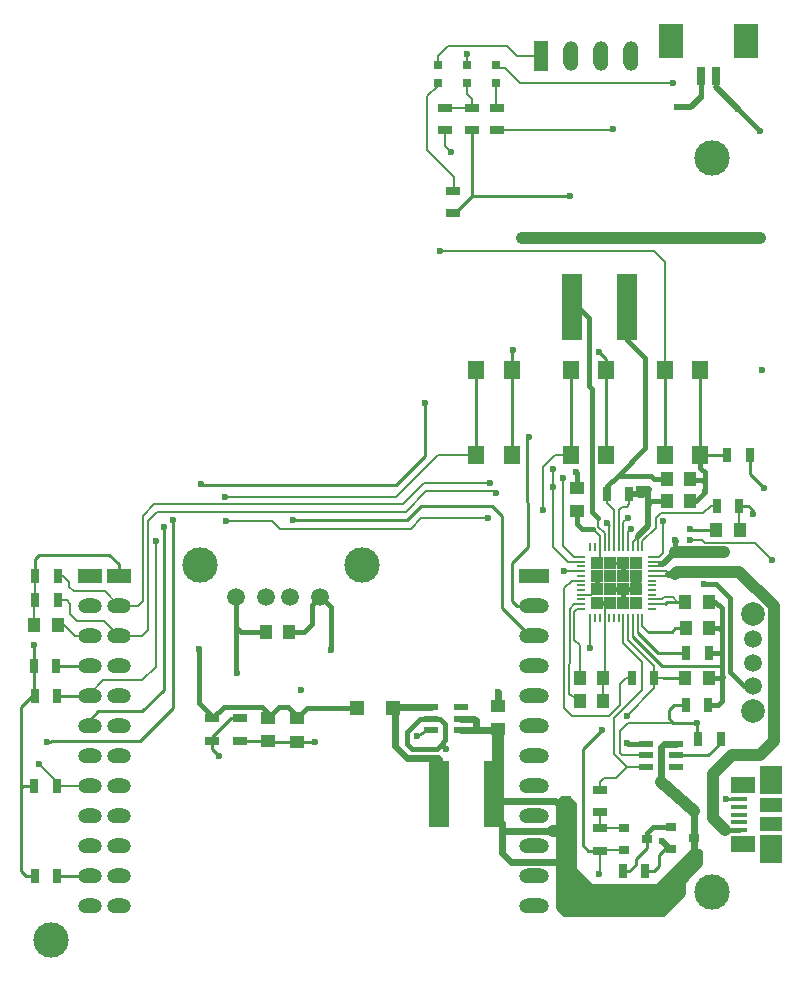
<source format=gbr>
G04 #@! TF.FileFunction,Copper,L1,Top,Signal*
%FSLAX46Y46*%
G04 Gerber Fmt 4.6, Leading zero omitted, Abs format (unit mm)*
G04 Created by KiCad (PCBNEW 4.0.6) date Monday, July 30, 2018 'PMt' 08:55:28 PM*
%MOMM*%
%LPD*%
G01*
G04 APERTURE LIST*
%ADD10C,0.100000*%
%ADD11C,2.999740*%
%ADD12R,0.800000X1.600000*%
%ADD13R,2.100000X3.000000*%
%ADD14C,1.500000*%
%ADD15C,2.000000*%
%ADD16R,0.797560X0.797560*%
%ADD17R,1.300000X0.700000*%
%ADD18C,1.501140*%
%ADD19R,1.380000X0.450000*%
%ADD20R,2.100000X1.475000*%
%ADD21R,1.900000X2.375000*%
%ADD22R,1.900000X1.175000*%
%ADD23R,1.270000X2.540000*%
%ADD24O,1.270000X2.540000*%
%ADD25R,0.700000X1.300000*%
%ADD26R,1.400000X1.600000*%
%ADD27R,2.000000X1.270000*%
%ADD28O,2.000000X1.270000*%
%ADD29R,2.540000X1.270000*%
%ADD30O,2.540000X1.270000*%
%ADD31R,1.000000X1.250000*%
%ADD32R,1.250000X1.000000*%
%ADD33R,1.200000X0.600000*%
%ADD34R,1.800000X5.700000*%
%ADD35R,0.900000X0.800000*%
%ADD36R,1.250000X1.220000*%
%ADD37R,0.800000X0.200000*%
%ADD38R,0.200000X0.800000*%
%ADD39R,1.112500X1.112500*%
%ADD40C,0.600000*%
%ADD41C,0.400000*%
%ADD42C,0.180000*%
%ADD43C,0.250000*%
%ADD44C,0.600000*%
%ADD45C,0.500000*%
%ADD46C,1.000000*%
%ADD47C,0.254000*%
G04 APERTURE END LIST*
D10*
D11*
X112623600Y-136855200D03*
X168605200Y-132791200D03*
X168605200Y-70612000D03*
D12*
X167624000Y-63671800D03*
D13*
X171434000Y-60750800D03*
X165084000Y-60750800D03*
D12*
X168894000Y-63671800D03*
D14*
X172059600Y-115385600D03*
X172059600Y-113385600D03*
X172059600Y-111385600D03*
D15*
X172059600Y-117485600D03*
X172059600Y-109285600D03*
D16*
X147828000Y-64300100D03*
X147828000Y-62801500D03*
D17*
X145999200Y-66410800D03*
X145999200Y-68310800D03*
D16*
X150266400Y-64300100D03*
X150266400Y-62801500D03*
D17*
X150368000Y-68310800D03*
X150368000Y-66410800D03*
X148285200Y-68310800D03*
X148285200Y-66410800D03*
D18*
X128269140Y-107799720D03*
X130809140Y-107799720D03*
X132841140Y-107799720D03*
X135381140Y-107799720D03*
D11*
X125221140Y-105132720D03*
X138937140Y-105132720D03*
D19*
X170882000Y-127538000D03*
X170882000Y-126888000D03*
X170882000Y-126238000D03*
X170882000Y-125588000D03*
X170882000Y-124938000D03*
D20*
X171242000Y-128700500D03*
X171242000Y-123775500D03*
D21*
X173542000Y-129148000D03*
X173542000Y-123328000D03*
D22*
X173542000Y-127078000D03*
X173542000Y-125398000D03*
D23*
X154076400Y-61986800D03*
D24*
X156616400Y-61986800D03*
X159156400Y-61986800D03*
X161696400Y-61986800D03*
D25*
X162925800Y-131038600D03*
X161025800Y-131038600D03*
D26*
X148614000Y-95827400D03*
X151614000Y-95827400D03*
X148614000Y-88627400D03*
X151614000Y-88627400D03*
X156615000Y-95827400D03*
X159615000Y-95827400D03*
X156615000Y-88627400D03*
X159615000Y-88627400D03*
D27*
X115874800Y-106019600D03*
D28*
X115874800Y-108559600D03*
X115874800Y-111099600D03*
X115874800Y-113639600D03*
X115874800Y-116179600D03*
X115874800Y-118719600D03*
X115874800Y-121259600D03*
X115874800Y-123799600D03*
X115874800Y-126339600D03*
X115874800Y-128879600D03*
X115874800Y-131419600D03*
X115874800Y-133959600D03*
D25*
X113065600Y-113639600D03*
X111165600Y-113639600D03*
D16*
X145389600Y-64300100D03*
X145389600Y-62801500D03*
D17*
X146659600Y-75346600D03*
X146659600Y-73446600D03*
D29*
X153466800Y-106019600D03*
D30*
X153466800Y-108559600D03*
X153466800Y-111099600D03*
X153466800Y-113639600D03*
X153466800Y-116179600D03*
X153466800Y-118719600D03*
X153466800Y-121259600D03*
X153466800Y-123799600D03*
X153466800Y-126339600D03*
X153466800Y-128879600D03*
X153466800Y-131419600D03*
X153466800Y-133959600D03*
D31*
X164735000Y-99720400D03*
X166735000Y-99720400D03*
X164735000Y-97840800D03*
X166735000Y-97840800D03*
D32*
X157175200Y-98568000D03*
X157175200Y-100568000D03*
X150469600Y-119033800D03*
X150469600Y-117033800D03*
D31*
X168284400Y-114655600D03*
X166284400Y-114655600D03*
X168284400Y-108204000D03*
X166284400Y-108204000D03*
D32*
X133477000Y-118075200D03*
X133477000Y-120075200D03*
X131013200Y-118024400D03*
X131013200Y-120024400D03*
D31*
X168335200Y-110439200D03*
X166335200Y-110439200D03*
D25*
X161579600Y-99110800D03*
X159679600Y-99110800D03*
X168976000Y-100076000D03*
X170876000Y-100076000D03*
X161762400Y-114681000D03*
X163662400Y-114681000D03*
X111216400Y-131470400D03*
X113116400Y-131470400D03*
X111216400Y-116230400D03*
X113116400Y-116230400D03*
X168285200Y-112572800D03*
X166385200Y-112572800D03*
X166334400Y-116941600D03*
X168234400Y-116941600D03*
D17*
X126238000Y-118074400D03*
X126238000Y-119974400D03*
X128574800Y-118099800D03*
X128574800Y-119999800D03*
D33*
X144750000Y-117160000D03*
X144750000Y-118110000D03*
X144750000Y-119060000D03*
X147350000Y-119060000D03*
X147350000Y-117160000D03*
X147350000Y-118110000D03*
D27*
X118364000Y-106019600D03*
D28*
X118364000Y-108559600D03*
X118364000Y-111099600D03*
X118364000Y-113639600D03*
X118364000Y-116179600D03*
X118364000Y-118719600D03*
X118364000Y-121259600D03*
X118364000Y-123799600D03*
X118364000Y-126339600D03*
X118364000Y-128879600D03*
X118364000Y-131419600D03*
X118364000Y-133959600D03*
D25*
X113167200Y-106019600D03*
X111267200Y-106019600D03*
X113167200Y-108102400D03*
X111267200Y-108102400D03*
D31*
X111166400Y-110185200D03*
X113166400Y-110185200D03*
X159369000Y-114681000D03*
X157369000Y-114681000D03*
X159369000Y-116586000D03*
X157369000Y-116586000D03*
X170926000Y-102158800D03*
X168926000Y-102158800D03*
D25*
X169326600Y-119811800D03*
X167426600Y-119811800D03*
D33*
X162961800Y-120284200D03*
X162961800Y-121234200D03*
X162961800Y-122184200D03*
X165561800Y-122184200D03*
X165561800Y-120284200D03*
X165561800Y-121234200D03*
D34*
X161404800Y-83286600D03*
X156704800Y-83286600D03*
X150152600Y-124485400D03*
X145452600Y-124485400D03*
D26*
X164590600Y-95827400D03*
X167590600Y-95827400D03*
X164590600Y-88627400D03*
X167590600Y-88627400D03*
D35*
X161102800Y-127370800D03*
X161102800Y-129270800D03*
X163102800Y-128320800D03*
X165090600Y-127294600D03*
X165090600Y-129194600D03*
X167090600Y-128244600D03*
D25*
X171765000Y-95834200D03*
X169865000Y-95834200D03*
X111191000Y-123825000D03*
X113091000Y-123825000D03*
D17*
X159054800Y-126045000D03*
X159054800Y-124145000D03*
X159054800Y-127396200D03*
X159054800Y-129296200D03*
D31*
X132775200Y-110794800D03*
X130775200Y-110794800D03*
D36*
X138555600Y-117246400D03*
X141555600Y-117246400D03*
D37*
X157477200Y-104429200D03*
X157477200Y-104829200D03*
X157477200Y-105229200D03*
X157477200Y-105629200D03*
X157477200Y-106029200D03*
X157477200Y-106429200D03*
X157477200Y-106829200D03*
X157477200Y-107229200D03*
X157477200Y-107629200D03*
X157477200Y-108029200D03*
X157477200Y-108429200D03*
X157477200Y-108829200D03*
D38*
X158277200Y-109629200D03*
X158677200Y-109629200D03*
X159077200Y-109629200D03*
X159477200Y-109629200D03*
X159877200Y-109629200D03*
X160277200Y-109629200D03*
X160677200Y-109629200D03*
X161077200Y-109629200D03*
X161477200Y-109629200D03*
X161877200Y-109629200D03*
X162277200Y-109629200D03*
X162677200Y-109629200D03*
D37*
X163477200Y-108829200D03*
X163477200Y-108429200D03*
X163477200Y-108029200D03*
X163477200Y-107629200D03*
X163477200Y-107229200D03*
X163477200Y-106829200D03*
X163477200Y-106429200D03*
X163477200Y-106029200D03*
X163477200Y-105629200D03*
X163477200Y-105229200D03*
X163477200Y-104829200D03*
X163477200Y-104429200D03*
D38*
X162677200Y-103629200D03*
X162277200Y-103629200D03*
X161877200Y-103629200D03*
X161477200Y-103629200D03*
X161077200Y-103629200D03*
X160677200Y-103629200D03*
X160277200Y-103629200D03*
X159877200Y-103629200D03*
X159477200Y-103629200D03*
X159077200Y-103629200D03*
X158677200Y-103629200D03*
X158277200Y-103629200D03*
D39*
X162145950Y-108297950D03*
X162145950Y-107185450D03*
X162145950Y-106072950D03*
X162145950Y-104960450D03*
X161033450Y-108297950D03*
X161033450Y-107185450D03*
X161033450Y-106072950D03*
X161033450Y-104960450D03*
X159920950Y-108297950D03*
X159920950Y-107185450D03*
X159920950Y-106072950D03*
X159920950Y-104960450D03*
X158808450Y-108297950D03*
X158808450Y-107185450D03*
X158808450Y-106072950D03*
X158808450Y-104960450D03*
D40*
X153111200Y-94259400D03*
X133121400Y-101269800D03*
X164439600Y-101396800D03*
X165303200Y-64262000D03*
X122174000Y-101904800D03*
X125272800Y-98247200D03*
X144272000Y-91389200D03*
X146456400Y-70104000D03*
X147828000Y-61874400D03*
X121488200Y-103098600D03*
X127406400Y-101371400D03*
X149606000Y-101142800D03*
X154305000Y-100482400D03*
X112293400Y-120065800D03*
X122936000Y-101295200D03*
X127355600Y-99314000D03*
X149809200Y-98196400D03*
X155956000Y-97713800D03*
X150317200Y-99009200D03*
X155143200Y-98501200D03*
X155092400Y-96977200D03*
X143611600Y-119557800D03*
X126847600Y-121310400D03*
X163118800Y-98653600D03*
X162356800Y-99110800D03*
X162356800Y-98653600D03*
X165608000Y-66294000D03*
X128320800Y-114274600D03*
X146024600Y-120675400D03*
X150444200Y-115874800D03*
X134950200Y-120065800D03*
X172643800Y-68351400D03*
X159283400Y-119075200D03*
X159029400Y-131292600D03*
X172770800Y-88620600D03*
X159029397Y-77418921D03*
X158978600Y-87071200D03*
X151688800Y-86944200D03*
X152501600Y-77419200D03*
X172669200Y-77444600D03*
X172008800Y-100787200D03*
X162102800Y-107188000D03*
X159920950Y-107185450D03*
X160985200Y-108305600D03*
X161033450Y-107185450D03*
X158750000Y-108305600D03*
X161033450Y-104960450D03*
X162153600Y-108254800D03*
X159920950Y-106072950D03*
X158800800Y-106070400D03*
X158808450Y-107185450D03*
X159918400Y-108305600D03*
X158808450Y-104960450D03*
X159920950Y-104960450D03*
X133807200Y-115722400D03*
X162102800Y-106273600D03*
X170789600Y-66497200D03*
X167944800Y-98958400D03*
X162145950Y-104960450D03*
X169722800Y-124917200D03*
X167284400Y-118516400D03*
X158242000Y-112166400D03*
X161340800Y-117881400D03*
X164312600Y-128447800D03*
X165481000Y-102971600D03*
X167919400Y-106680000D03*
X161366200Y-120167400D03*
X160197800Y-68224400D03*
X157048200Y-97205800D03*
X159664400Y-101574600D03*
X161696400Y-102082600D03*
X169570400Y-104038400D03*
X136296400Y-112268000D03*
X125171200Y-112217200D03*
X156591000Y-73863200D03*
X111150400Y-111861600D03*
X169646600Y-127533400D03*
X173659800Y-104698800D03*
X166725600Y-102971600D03*
X156057600Y-105613200D03*
X161442400Y-101092000D03*
X166700200Y-102031800D03*
X145516600Y-78562200D03*
X111556800Y-121920000D03*
X172974000Y-98628200D03*
D41*
X158419800Y-91008200D02*
X158419800Y-90220800D01*
X158191200Y-84226400D02*
X157251400Y-83286600D01*
X158191200Y-89992200D02*
X158191200Y-84226400D01*
X158419800Y-90220800D02*
X158191200Y-89992200D01*
X157251400Y-83286600D02*
X156704800Y-83286600D01*
D42*
X159477200Y-103629200D02*
X159477200Y-102403400D01*
X159477200Y-102403400D02*
X158927800Y-101854000D01*
X158927800Y-101854000D02*
X158927800Y-101168200D01*
D41*
X158927800Y-101168200D02*
X158419800Y-100660200D01*
X158419800Y-100660200D02*
X158419800Y-91008200D01*
X158419800Y-91008200D02*
X158419800Y-90982800D01*
D43*
X152908336Y-95961136D02*
X152908336Y-94462264D01*
X152908336Y-94462264D02*
X153111200Y-94259400D01*
X152958800Y-103581200D02*
X152908336Y-95961136D01*
X153466800Y-108559600D02*
X152044400Y-108559600D01*
X151638000Y-104902000D02*
X152958800Y-103581200D01*
X151638000Y-108153200D02*
X151638000Y-104902000D01*
X152044400Y-108559600D02*
X151638000Y-108153200D01*
D42*
X153466800Y-111099600D02*
X153187400Y-111099600D01*
D43*
X153187400Y-111099600D02*
X150799800Y-108712000D01*
X133172200Y-101320600D02*
X133121400Y-101269800D01*
X142748000Y-101320600D02*
X133172200Y-101320600D01*
X143941800Y-100126800D02*
X142748000Y-101320600D01*
X149936200Y-100126800D02*
X143941800Y-100126800D01*
X150774400Y-100965000D02*
X149936200Y-100126800D01*
X150774400Y-105054400D02*
X150774400Y-100965000D01*
X150799800Y-105079800D02*
X150774400Y-105054400D01*
X150799800Y-108712000D02*
X150799800Y-105079800D01*
D42*
X150266400Y-64300100D02*
X150266400Y-66309200D01*
X150266400Y-66309200D02*
X150368000Y-66410800D01*
X163477200Y-104429200D02*
X164099600Y-104429200D01*
X165303200Y-64262000D02*
X152298400Y-64262000D01*
X152298400Y-64262000D02*
X151028400Y-62992000D01*
X151028400Y-62992000D02*
X150456900Y-62992000D01*
X164439600Y-104089200D02*
X164439600Y-101396800D01*
X164099600Y-104429200D02*
X164439600Y-104089200D01*
X150456900Y-62992000D02*
X150266400Y-62801500D01*
X150164800Y-62699900D02*
X150266400Y-62801500D01*
X147828000Y-64300100D02*
X147828000Y-65227200D01*
X148285200Y-65684400D02*
X148285200Y-66410800D01*
X147828000Y-65227200D02*
X148285200Y-65684400D01*
X148285200Y-66410800D02*
X145999200Y-66410800D01*
D43*
X115874800Y-118719600D02*
X115874800Y-118211600D01*
X115874800Y-118211600D02*
X116586000Y-117500400D01*
X116586000Y-117500400D02*
X120345200Y-117500400D01*
X120345200Y-117500400D02*
X122174000Y-115671600D01*
X122174000Y-115671600D02*
X122174000Y-101904800D01*
X125272800Y-98247200D02*
X125374400Y-98348800D01*
X125374400Y-98348800D02*
X141782800Y-98348800D01*
X141782800Y-98348800D02*
X144272000Y-95859600D01*
X144272000Y-95859600D02*
X144272000Y-91389200D01*
D42*
X147828000Y-62801500D02*
X147828000Y-61874400D01*
X145999200Y-69646800D02*
X145999200Y-68310800D01*
X146456400Y-70104000D02*
X145999200Y-69646800D01*
D43*
X115874800Y-113639600D02*
X113065600Y-113639600D01*
D42*
X127406400Y-101371400D02*
X131343400Y-101371400D01*
X117043200Y-114884200D02*
X120319800Y-114884200D01*
X120319800Y-114884200D02*
X121488200Y-113715800D01*
X121488200Y-113715800D02*
X121488200Y-103098600D01*
X115874800Y-116052600D02*
X117043200Y-114884200D01*
X143967200Y-101142800D02*
X149606000Y-101142800D01*
X143052800Y-102057200D02*
X143967200Y-101142800D01*
X132029200Y-102057200D02*
X143052800Y-102057200D01*
X131343400Y-101371400D02*
X132029200Y-102057200D01*
X155302400Y-95827400D02*
X154305000Y-96824800D01*
X155302400Y-95827400D02*
X156615000Y-95827400D01*
X154305000Y-96824800D02*
X154305000Y-100482400D01*
X115874800Y-116179600D02*
X115874800Y-116052600D01*
D43*
X156615000Y-88627400D02*
X156615000Y-95827400D01*
X115874800Y-116179600D02*
X113167200Y-116179600D01*
X113167200Y-116179600D02*
X113116400Y-116230400D01*
D42*
X127355600Y-99314000D02*
X141859000Y-99314000D01*
X145345600Y-95827400D02*
X148614000Y-95827400D01*
X141859000Y-99314000D02*
X145345600Y-95827400D01*
D43*
X148614000Y-88627400D02*
X148614000Y-95827400D01*
X112293400Y-120065800D02*
X112928400Y-120040400D01*
X112928400Y-120040400D02*
X120142000Y-120040400D01*
X120142000Y-120040400D02*
X122936000Y-117246400D01*
X122936000Y-117246400D02*
X122936000Y-101295200D01*
X127304800Y-99263200D02*
X127355600Y-99314000D01*
X127406400Y-99263200D02*
X127304800Y-99263200D01*
X127355600Y-99314000D02*
X127406400Y-99263200D01*
X113116400Y-131470400D02*
X115824000Y-131470400D01*
X115824000Y-131470400D02*
X115874800Y-131419600D01*
D42*
X145389600Y-64300100D02*
X145389600Y-64516000D01*
X145389600Y-64516000D02*
X144475200Y-65430400D01*
X144475200Y-65430400D02*
X144475200Y-69951600D01*
X144475200Y-69951600D02*
X146761200Y-72237600D01*
X146761200Y-72237600D02*
X146761200Y-73472000D01*
D41*
X164735000Y-97840800D02*
X163652200Y-97840800D01*
X163372800Y-97561400D02*
X160578800Y-97561400D01*
X163652200Y-97840800D02*
X163372800Y-97561400D01*
X162941000Y-87631000D02*
X162941000Y-87604600D01*
X162941000Y-87631000D02*
X162941000Y-95199200D01*
X162941000Y-95199200D02*
X160578800Y-97561400D01*
X160578800Y-97561400D02*
X159679600Y-98460600D01*
X159679600Y-99110800D02*
X159679600Y-98460600D01*
X162941000Y-87604600D02*
X161404800Y-86068400D01*
X161404800Y-86068400D02*
X161404800Y-83286600D01*
D42*
X160277200Y-103629200D02*
X160277200Y-100433680D01*
X159679600Y-99836080D02*
X159679600Y-99110800D01*
X160277200Y-100433680D02*
X159679600Y-99836080D01*
D41*
X159730400Y-99060000D02*
X159679600Y-99110800D01*
D42*
X163477200Y-108029200D02*
X164360400Y-108029200D01*
X165252400Y-107848400D02*
X165608000Y-108204000D01*
X164541200Y-107848400D02*
X165252400Y-107848400D01*
X164360400Y-108029200D02*
X164541200Y-107848400D01*
X163477200Y-108429200D02*
X164570000Y-108429200D01*
D43*
X164795200Y-108204000D02*
X165608000Y-108204000D01*
X165608000Y-108204000D02*
X166284400Y-108204000D01*
X164570000Y-108429200D02*
X164795200Y-108204000D01*
D42*
X162677200Y-109629200D02*
X162677200Y-110266802D01*
D43*
X165455600Y-110439200D02*
X166335200Y-110439200D01*
X165150800Y-110744000D02*
X165455600Y-110439200D01*
X163154398Y-110744000D02*
X165150800Y-110744000D01*
D42*
X162677200Y-110266802D02*
X163154398Y-110744000D01*
D44*
X144750000Y-117160000D02*
X141836180Y-117160000D01*
D43*
X141836180Y-117160000D02*
X141749780Y-117246400D01*
D44*
X141749780Y-117246400D02*
X141749780Y-120413780D01*
X145452600Y-121500400D02*
X145452600Y-124485400D01*
D43*
X145389600Y-121437400D02*
X145452600Y-121500400D01*
D44*
X142773400Y-121437400D02*
X145389600Y-121437400D01*
X141749780Y-120413780D02*
X142773400Y-121437400D01*
D42*
X142443200Y-99974400D02*
X144221200Y-98196400D01*
X144221200Y-98196400D02*
X149809200Y-98196400D01*
X142443200Y-99974400D02*
X121361200Y-99974400D01*
X121361200Y-99974400D02*
X120396000Y-100939600D01*
X120396000Y-100939600D02*
X120396000Y-108153200D01*
X120396000Y-108153200D02*
X119989600Y-108559600D01*
X118364000Y-108559600D02*
X119989600Y-108559600D01*
X113167200Y-106019600D02*
X113588800Y-106019600D01*
X117144800Y-107340400D02*
X118364000Y-108559600D01*
X114554000Y-107340400D02*
X117144800Y-107340400D01*
X114147600Y-106934000D02*
X114554000Y-107340400D01*
X114147600Y-106578400D02*
X114147600Y-106934000D01*
X113588800Y-106019600D02*
X114147600Y-106578400D01*
X155956000Y-103530400D02*
X155956000Y-97713800D01*
X156854800Y-104429200D02*
X155956000Y-103530400D01*
X157477200Y-104429200D02*
X156854800Y-104429200D01*
X118364000Y-108559600D02*
X118364000Y-108204000D01*
X144373600Y-98856800D02*
X150164800Y-98856800D01*
X150164800Y-98856800D02*
X150317200Y-99009200D01*
X155143200Y-98653600D02*
X155143200Y-98501200D01*
X120294400Y-111099600D02*
X118364000Y-111099600D01*
X120802400Y-110591600D02*
X120294400Y-111099600D01*
X120802400Y-101396800D02*
X120802400Y-110591600D01*
X121615200Y-100584000D02*
X120802400Y-101396800D01*
X142646400Y-100584000D02*
X121615200Y-100584000D01*
X142646400Y-100584000D02*
X144373600Y-98856800D01*
X113167200Y-108102400D02*
X113944400Y-108102400D01*
X113944400Y-108102400D02*
X114249200Y-108407200D01*
X114249200Y-108407200D02*
X114249200Y-109270800D01*
X114249200Y-109270800D02*
X114808000Y-109829600D01*
X114808000Y-109829600D02*
X117094000Y-109829600D01*
X117094000Y-109829600D02*
X118364000Y-111099600D01*
X155143200Y-103581200D02*
X155143200Y-98653600D01*
X157477200Y-104829200D02*
X156391200Y-104829200D01*
X156391200Y-104829200D02*
X155143200Y-103581200D01*
X155143200Y-98653600D02*
X155143200Y-97028000D01*
X155143200Y-97028000D02*
X155092400Y-96977200D01*
X118364000Y-111099600D02*
X118364000Y-110845600D01*
X163830000Y-101193600D02*
X163830000Y-101092000D01*
X168452800Y-100076000D02*
X168976000Y-100076000D01*
X167843200Y-100685600D02*
X168452800Y-100076000D01*
X164236400Y-100685600D02*
X167843200Y-100685600D01*
X163830000Y-101092000D02*
X164236400Y-100685600D01*
X162677200Y-103629200D02*
X162677200Y-103108400D01*
X163830000Y-101955600D02*
X163830000Y-101193600D01*
X163830000Y-101193600D02*
X163830000Y-101168200D01*
X162677200Y-103108400D02*
X163830000Y-101955600D01*
X156057600Y-110896400D02*
X156057600Y-110896400D01*
X156714800Y-106429200D02*
X156057600Y-107086400D01*
X156057600Y-107086400D02*
X156057600Y-110896400D01*
X157477200Y-106429200D02*
X156714800Y-106429200D01*
X156057600Y-117195600D02*
X156730700Y-117868700D01*
X156057600Y-110896400D02*
X156057600Y-117195600D01*
X156730700Y-117868700D02*
X159880300Y-117868700D01*
X159880300Y-117868700D02*
X160782000Y-116967000D01*
X160782000Y-116967000D02*
X160782000Y-115189000D01*
X160782000Y-115189000D02*
X161290000Y-114681000D01*
X161290000Y-114681000D02*
X161762400Y-114681000D01*
D43*
X166385200Y-112572800D02*
X164011804Y-112572800D01*
D42*
X162277200Y-110838196D02*
X162277200Y-109629200D01*
D43*
X164011804Y-112572800D02*
X162277200Y-110838196D01*
X144750000Y-119060000D02*
X144465000Y-119060000D01*
X144465000Y-119060000D02*
X143611600Y-119557800D01*
X126847600Y-121310400D02*
X126238000Y-120700800D01*
X126238000Y-120700800D02*
X126238000Y-119974400D01*
X126238000Y-119974400D02*
X126238000Y-119710200D01*
X126238000Y-119710200D02*
X127848400Y-118099800D01*
X127848400Y-118099800D02*
X128574800Y-118099800D01*
D44*
X162356800Y-99110800D02*
X162661600Y-99110800D01*
X162661600Y-99110800D02*
X163118800Y-98653600D01*
X163118800Y-98653600D02*
X162356800Y-98653600D01*
D41*
X164735000Y-99720400D02*
X163449000Y-99720400D01*
X163449000Y-99720400D02*
X163118800Y-100050600D01*
D45*
X162277200Y-102746400D02*
X162277200Y-102670200D01*
X163118800Y-101828600D02*
X163118800Y-100050600D01*
X163118800Y-100050600D02*
X163118800Y-98653600D01*
X162277200Y-102670200D02*
X163118800Y-101828600D01*
D42*
X160677200Y-103629200D02*
X160677200Y-100485600D01*
X161579600Y-99938800D02*
X161579600Y-99110800D01*
X161340800Y-100177600D02*
X161579600Y-99938800D01*
X160985200Y-100177600D02*
X161340800Y-100177600D01*
X160677200Y-100485600D02*
X160985200Y-100177600D01*
X161877200Y-103629200D02*
X161877200Y-103146400D01*
X162277200Y-102746400D02*
X162277200Y-103629200D01*
X161877200Y-103146400D02*
X162277200Y-102746400D01*
D45*
X163068000Y-98704400D02*
X163118800Y-98653600D01*
D43*
X162356800Y-99110800D02*
X162356800Y-98653600D01*
D42*
X161579600Y-99735600D02*
X161579600Y-99110800D01*
D45*
X162356800Y-99110800D02*
X161579600Y-99110800D01*
D41*
X161681200Y-99212400D02*
X161579600Y-99110800D01*
X167624000Y-63671800D02*
X167624000Y-65446400D01*
D45*
X166776400Y-66294000D02*
X165608000Y-66294000D01*
X167624000Y-65446400D02*
X166776400Y-66294000D01*
D41*
X130775200Y-110794800D02*
X128726340Y-110794800D01*
X128726340Y-110794800D02*
X128269140Y-110337600D01*
X128269140Y-107799720D02*
X128269140Y-110337600D01*
X128269140Y-110337600D02*
X128269140Y-114222940D01*
X128269140Y-114222940D02*
X128320800Y-114274600D01*
X145592800Y-120370600D02*
X145719800Y-120370600D01*
X145719800Y-120370600D02*
X146024600Y-120675400D01*
X144750000Y-118110000D02*
X143891000Y-118110000D01*
X145567400Y-118110000D02*
X144750000Y-118110000D01*
X145999200Y-118541800D02*
X145567400Y-118110000D01*
X145999200Y-119964200D02*
X145999200Y-118541800D01*
X145262600Y-120700800D02*
X145592800Y-120370600D01*
X145592800Y-120370600D02*
X145999200Y-119964200D01*
X143179800Y-120700800D02*
X145262600Y-120700800D01*
X142773400Y-120294400D02*
X143179800Y-120700800D01*
X142773400Y-119227600D02*
X142773400Y-120294400D01*
X143891000Y-118110000D02*
X142773400Y-119227600D01*
D44*
X150469600Y-117033800D02*
X150469600Y-115900200D01*
X150469600Y-115900200D02*
X150444200Y-115874800D01*
D43*
X133477000Y-120075200D02*
X134940800Y-120075200D01*
X134940800Y-120075200D02*
X134950200Y-120065800D01*
X133477000Y-120075200D02*
X131064000Y-120075200D01*
X131064000Y-120075200D02*
X131013200Y-120024400D01*
X131013200Y-120024400D02*
X128599400Y-120024400D01*
X128599400Y-120024400D02*
X128574800Y-119999800D01*
D41*
X170789600Y-66497200D02*
X172643800Y-68351400D01*
D43*
X159054800Y-129296200D02*
X158099800Y-129296200D01*
X157657800Y-120700800D02*
X159283400Y-119075200D01*
X157657800Y-128854200D02*
X157657800Y-120700800D01*
X158099800Y-129296200D02*
X157657800Y-128854200D01*
D42*
X145389600Y-62801500D02*
X145389600Y-61976000D01*
X152029800Y-61986800D02*
X154076400Y-61986800D01*
X151206200Y-61163200D02*
X152029800Y-61986800D01*
X146202400Y-61163200D02*
X151206200Y-61163200D01*
X145389600Y-61976000D02*
X146202400Y-61163200D01*
X161102800Y-129270800D02*
X159080200Y-129270800D01*
X159080200Y-129270800D02*
X159054800Y-129296200D01*
X159054800Y-129296200D02*
X159054800Y-131267200D01*
X159054800Y-131267200D02*
X159029400Y-131292600D01*
D41*
X167590600Y-95827400D02*
X167590600Y-96902400D01*
X167944800Y-97256600D02*
X167944800Y-98094800D01*
X167590600Y-96902400D02*
X167944800Y-97256600D01*
X167944800Y-98958400D02*
X167944800Y-98094800D01*
X167767000Y-97917000D02*
X166811200Y-97917000D01*
X167944800Y-98094800D02*
X167767000Y-97917000D01*
X166811200Y-97917000D02*
X166735000Y-97840800D01*
X166735000Y-99720400D02*
X167182800Y-99720400D01*
X167182800Y-99720400D02*
X167944800Y-98958400D01*
D43*
X167590600Y-95827400D02*
X169858200Y-95827400D01*
X169858200Y-95827400D02*
X169865000Y-95834200D01*
D42*
X162961800Y-121234200D02*
X161925000Y-121234200D01*
X161467800Y-118465600D02*
X165303200Y-118465600D01*
X160756600Y-119176800D02*
X161467800Y-118465600D01*
X160756600Y-121005600D02*
X160756600Y-119176800D01*
X160985200Y-121234200D02*
X160756600Y-121005600D01*
X161925000Y-121234200D02*
X160985200Y-121234200D01*
D43*
X167284400Y-118516400D02*
X167284400Y-119669600D01*
X167284400Y-119669600D02*
X167426600Y-119811800D01*
X167590600Y-88627400D02*
X167590600Y-95827400D01*
X172764000Y-88627400D02*
X172770800Y-88620600D01*
X159615000Y-88627400D02*
X159615000Y-95827400D01*
X159615000Y-88627400D02*
X159615000Y-87707600D01*
X158978600Y-87071200D02*
X159615000Y-87707600D01*
X151614000Y-88627400D02*
X151614000Y-95827400D01*
X151614000Y-87019000D02*
X151614000Y-88627400D01*
X151688800Y-86944200D02*
X151614000Y-87019000D01*
D46*
X152501600Y-77419200D02*
X159029397Y-77418921D01*
X159029397Y-77418921D02*
X172642940Y-77418340D01*
D42*
X159077200Y-103629200D02*
X159077200Y-102638400D01*
D41*
X157175200Y-101600000D02*
X157175200Y-100568000D01*
X157607000Y-102031800D02*
X157175200Y-101600000D01*
X158470600Y-102031800D02*
X157607000Y-102031800D01*
D42*
X159077200Y-102638400D02*
X158470600Y-102031800D01*
D44*
X172642940Y-77418340D02*
X172669200Y-77444600D01*
D43*
X172008800Y-100482400D02*
X171602400Y-100076000D01*
X172008800Y-100787200D02*
X172008800Y-100482400D01*
X170876000Y-100076000D02*
X171602400Y-100076000D01*
D42*
X159369000Y-114681000D02*
X159369000Y-116535200D01*
X159369000Y-116535200D02*
X159419800Y-116586000D01*
X159477200Y-109629200D02*
X159477200Y-114572800D01*
X159477200Y-114572800D02*
X159369000Y-114681000D01*
X170876000Y-100076000D02*
X170876000Y-102108800D01*
X170876000Y-102108800D02*
X170926000Y-102158800D01*
X113166400Y-110185200D02*
X113690400Y-110185200D01*
X113690400Y-110185200D02*
X114604800Y-111099600D01*
X114604800Y-111099600D02*
X115874800Y-111099600D01*
D41*
X162102800Y-107188000D02*
X162100250Y-107185450D01*
X162100250Y-107185450D02*
X161033450Y-107185450D01*
X159920950Y-107185450D02*
X161033450Y-107185450D01*
X160985200Y-108305600D02*
X161033450Y-108257350D01*
X161033450Y-108257350D02*
X161033450Y-107185450D01*
X158750000Y-108305600D02*
X158757650Y-108297950D01*
X158757650Y-108297950D02*
X159920950Y-108297950D01*
X161033450Y-104960450D02*
X161033450Y-106072950D01*
X162153600Y-108254800D02*
X162110450Y-108297950D01*
X158800800Y-106070400D02*
X158808450Y-106078050D01*
X158808450Y-106078050D02*
X158808450Y-107185450D01*
X159918400Y-108305600D02*
X159920950Y-108303050D01*
X159920950Y-108303050D02*
X159920950Y-108297950D01*
D42*
X159077200Y-104691700D02*
X158808450Y-104960450D01*
D43*
X161033450Y-104960450D02*
X159920950Y-104960450D01*
D46*
X162102800Y-106273600D02*
X162145950Y-106230450D01*
X162145950Y-106230450D02*
X162145950Y-106072950D01*
D41*
X168894000Y-63671800D02*
X168894000Y-64601600D01*
D45*
X168894000Y-64601600D02*
X170789600Y-66497200D01*
D42*
X157477200Y-107629200D02*
X158364700Y-107629200D01*
X158364700Y-107629200D02*
X158808450Y-107185450D01*
X159477200Y-109629200D02*
X159477200Y-108741700D01*
X159477200Y-108741700D02*
X159920950Y-108297950D01*
X159077200Y-103629200D02*
X159077200Y-104691700D01*
D43*
X170882000Y-124938000D02*
X169743600Y-124938000D01*
X169743600Y-124938000D02*
X169722800Y-124917200D01*
X165354000Y-116941600D02*
X166334400Y-116941600D01*
X164896800Y-117398800D02*
X165354000Y-116941600D01*
X164896800Y-118059200D02*
X164896800Y-117398800D01*
X165354000Y-118516400D02*
X165303200Y-118465600D01*
X165303200Y-118465600D02*
X164896800Y-118059200D01*
X167284400Y-118516400D02*
X165354000Y-118516400D01*
X162925800Y-131038600D02*
X163677600Y-131038600D01*
X164607200Y-129194600D02*
X165090600Y-129194600D01*
X164109400Y-129692400D02*
X164607200Y-129194600D01*
X164109400Y-130606800D02*
X164109400Y-129692400D01*
X163677600Y-131038600D02*
X164109400Y-130606800D01*
D42*
X158277200Y-109629200D02*
X158277200Y-112131200D01*
X158277200Y-112131200D02*
X158242000Y-112166400D01*
X163662400Y-114681000D02*
X163662400Y-115559800D01*
X163662400Y-115559800D02*
X161340800Y-117881400D01*
D44*
X165090600Y-129194600D02*
X165059400Y-129194600D01*
X165059400Y-129194600D02*
X164312600Y-128447800D01*
D41*
X165506400Y-103073200D02*
X165455600Y-103073200D01*
X165455600Y-103022400D02*
X165506400Y-103073200D01*
X165455600Y-102997000D02*
X165455600Y-103022400D01*
X165481000Y-102971600D02*
X165455600Y-102997000D01*
X170103800Y-108305600D02*
X170103800Y-107873800D01*
X168910000Y-106680000D02*
X167919400Y-106680000D01*
X170103800Y-107873800D02*
X168910000Y-106680000D01*
X172059600Y-115385600D02*
X171291000Y-115385600D01*
X170103800Y-114198400D02*
X170103800Y-108305600D01*
X170103800Y-108305600D02*
X170103800Y-108254800D01*
X171291000Y-115385600D02*
X170103800Y-114198400D01*
X162961800Y-120284200D02*
X161483000Y-120284200D01*
X161483000Y-120284200D02*
X161366200Y-120167400D01*
D42*
X160111400Y-68310800D02*
X150368000Y-68310800D01*
X160197800Y-68224400D02*
X160111400Y-68310800D01*
D41*
X157175200Y-97332800D02*
X157175200Y-98568000D01*
X157048200Y-97205800D02*
X157175200Y-97332800D01*
D43*
X159863198Y-101752400D02*
X159842200Y-101752400D01*
X159842200Y-101752400D02*
X159664400Y-101574600D01*
D41*
X165455600Y-103073200D02*
X165455600Y-104038400D01*
D42*
X161477200Y-103629200D02*
X161477200Y-102301800D01*
X161477200Y-102301800D02*
X161696400Y-102082600D01*
D46*
X165455600Y-104038400D02*
X169570400Y-104038400D01*
D42*
X161477200Y-109629200D02*
X161477200Y-111439200D01*
X163662400Y-113624400D02*
X163662400Y-114681000D01*
X161477200Y-111439200D02*
X163662400Y-113624400D01*
X163662400Y-114681000D02*
X163687800Y-114655600D01*
X163687800Y-114655600D02*
X164388800Y-114655600D01*
X159877200Y-102297198D02*
X159863198Y-102311200D01*
X159863198Y-102311200D02*
X159863198Y-101752400D01*
X159877200Y-103629200D02*
X159877200Y-102297198D01*
D45*
X164236400Y-105054400D02*
X164439600Y-105054400D01*
X164439600Y-105054400D02*
X165455600Y-104038400D01*
D42*
X163477200Y-105229200D02*
X164163200Y-105229200D01*
X164236400Y-105156000D02*
X164236400Y-105054400D01*
X164236400Y-105054400D02*
X164236400Y-104829200D01*
X164163200Y-105229200D02*
X164236400Y-105156000D01*
X163477200Y-104829200D02*
X164236400Y-104829200D01*
D43*
X164388800Y-114655600D02*
X166284400Y-114655600D01*
D44*
X133477000Y-118075200D02*
X133477000Y-118033800D01*
D41*
X133477000Y-118033800D02*
X134264400Y-117246400D01*
X134264400Y-117246400D02*
X138555600Y-117246400D01*
X135381140Y-107799720D02*
X135434920Y-107799720D01*
X135434920Y-107799720D02*
X136296400Y-108661200D01*
X136296400Y-108661200D02*
X136296400Y-112268000D01*
X132775200Y-110794800D02*
X134061200Y-110794800D01*
X134721600Y-108459260D02*
X135381140Y-107799720D01*
X134721600Y-110134400D02*
X134721600Y-108459260D01*
X134061200Y-110794800D02*
X134721600Y-110134400D01*
X126238000Y-118074400D02*
X126238000Y-117856000D01*
X126238000Y-117856000D02*
X125171200Y-116789200D01*
X125171200Y-116789200D02*
X125171200Y-112217200D01*
D43*
X133477000Y-118075200D02*
X133477000Y-117932200D01*
D41*
X133477000Y-117932200D02*
X132689600Y-117144800D01*
X132689600Y-117144800D02*
X131892800Y-117144800D01*
X131892800Y-117144800D02*
X131013200Y-118024400D01*
D43*
X131013200Y-118024400D02*
X131013200Y-117652800D01*
D41*
X131013200Y-117652800D02*
X130454400Y-117094000D01*
X127218400Y-117094000D02*
X126238000Y-118074400D01*
X130454400Y-117094000D02*
X127218400Y-117094000D01*
D43*
X111191000Y-123825000D02*
X110210600Y-123825000D01*
X110210600Y-123825000D02*
X110032800Y-124002800D01*
X111216400Y-116230400D02*
X110972600Y-116230400D01*
X110972600Y-116230400D02*
X110032800Y-117170200D01*
X110032800Y-117170200D02*
X110032800Y-124002800D01*
X110490000Y-131470400D02*
X111216400Y-131470400D01*
X110032800Y-124002800D02*
X110032800Y-131013200D01*
X110032800Y-131013200D02*
X110490000Y-131470400D01*
D42*
X111216400Y-123799600D02*
X111191000Y-123825000D01*
D43*
X148285200Y-73863200D02*
X156591000Y-73863200D01*
X111165600Y-113639600D02*
X111165600Y-116179600D01*
X111165600Y-116179600D02*
X111216400Y-116230400D01*
X111150400Y-111861600D02*
X111165600Y-111876800D01*
X111165600Y-111876800D02*
X111165600Y-113639600D01*
X147508000Y-74625200D02*
X147523200Y-74625200D01*
X148285200Y-73863200D02*
X148285200Y-68310800D01*
X147523200Y-74625200D02*
X148285200Y-73863200D01*
X147508000Y-74625200D02*
X146761200Y-75372000D01*
D42*
X169646600Y-127533400D02*
X169651200Y-127538000D01*
D46*
X168681226Y-122834578D02*
X168681226Y-122783774D01*
X172618400Y-121158000D02*
X173786800Y-119989600D01*
X173786800Y-119989600D02*
X173786800Y-108585000D01*
X173786800Y-108585000D02*
X170865800Y-105664000D01*
X165430200Y-105841800D02*
X165608000Y-105664000D01*
X165608000Y-105664000D02*
X170865800Y-105664000D01*
D44*
X165430200Y-105841800D02*
X164820600Y-105841800D01*
D46*
X170307000Y-121158000D02*
X172618400Y-121158000D01*
X168681226Y-122783774D02*
X170307000Y-121158000D01*
D42*
X163477200Y-106029200D02*
X164633200Y-106029200D01*
X164633200Y-106029200D02*
X164820600Y-105841800D01*
X164820600Y-105841800D02*
X164846000Y-105816400D01*
X164658800Y-105629200D02*
X164846000Y-105816400D01*
X163477200Y-105629200D02*
X164658800Y-105629200D01*
D46*
X168656000Y-126542800D02*
X168681226Y-122834578D01*
X168681226Y-122834578D02*
X168681400Y-122809000D01*
X168656000Y-126542800D02*
X169240200Y-127127000D01*
X169240200Y-127127000D02*
X169651200Y-127538000D01*
D41*
X170882000Y-127538000D02*
X169651200Y-127538000D01*
D43*
X170882000Y-127538000D02*
X169651200Y-127538000D01*
D41*
X168284400Y-108204000D02*
X168859200Y-108204000D01*
X169418000Y-108762800D02*
X169418000Y-110693200D01*
X168859200Y-108204000D02*
X169418000Y-108762800D01*
D42*
X161877200Y-109629200D02*
X161877200Y-111229600D01*
D43*
X164338000Y-113690400D02*
X169418000Y-113690400D01*
X161877200Y-111229600D02*
X164338000Y-113690400D01*
D41*
X168285200Y-112572800D02*
X169418000Y-112572800D01*
X168284400Y-114655600D02*
X169418000Y-114655600D01*
X169468800Y-114604800D02*
X169418000Y-114604800D01*
X169418000Y-114655600D02*
X169468800Y-114604800D01*
X168335200Y-110439200D02*
X169164000Y-110439200D01*
X169062400Y-116941600D02*
X168234400Y-116941600D01*
X169418000Y-116586000D02*
X169062400Y-116941600D01*
X169418000Y-110693200D02*
X169418000Y-112572800D01*
X169418000Y-112572800D02*
X169418000Y-113690400D01*
X169418000Y-113690400D02*
X169418000Y-114604800D01*
X169418000Y-114604800D02*
X169418000Y-116586000D01*
X169164000Y-110439200D02*
X169418000Y-110693200D01*
D43*
X111277400Y-104571800D02*
X111607600Y-104241600D01*
X118364000Y-105054400D02*
X118364000Y-106019600D01*
X117551200Y-104241600D02*
X118364000Y-105054400D01*
X111607600Y-104241600D02*
X117551200Y-104241600D01*
X111277400Y-104571800D02*
X111277400Y-106009400D01*
D42*
X111277400Y-106009400D02*
X111267200Y-106019600D01*
X111267200Y-106019600D02*
X111267200Y-108102400D01*
X111267200Y-108102400D02*
X111166400Y-108203200D01*
X111166400Y-108203200D02*
X111166400Y-110185200D01*
X166725600Y-102971600D02*
X167741600Y-102971600D01*
X156073600Y-105629200D02*
X157477200Y-105629200D01*
X156073600Y-105629200D02*
X156057600Y-105613200D01*
X172212000Y-103225600D02*
X173659800Y-104698800D01*
X167995600Y-103225600D02*
X172212000Y-103225600D01*
X167741600Y-102971600D02*
X167995600Y-103225600D01*
X156921200Y-109067600D02*
X156921200Y-111455200D01*
X157369000Y-111903000D02*
X157369000Y-114681000D01*
X156921200Y-111455200D02*
X157369000Y-111903000D01*
X157477200Y-108829200D02*
X157159600Y-108829200D01*
X157159600Y-108829200D02*
X156921200Y-109067600D01*
X157477200Y-108829200D02*
X157312000Y-108829200D01*
X157477200Y-108429200D02*
X156929002Y-108429200D01*
X156510062Y-116005778D02*
X157419800Y-116586000D01*
X156514800Y-110956004D02*
X156510062Y-116005778D01*
X156514800Y-110956004D02*
X156514800Y-110956004D01*
X156514800Y-108843402D02*
X156514800Y-110956004D01*
X156929002Y-108429200D02*
X156514800Y-108843402D01*
X161077200Y-101457200D02*
X161442400Y-101092000D01*
X161077200Y-103629200D02*
X161077200Y-101457200D01*
D43*
X166827200Y-102158800D02*
X168926000Y-102158800D01*
X166700200Y-102031800D02*
X166827200Y-102158800D01*
D46*
X150469600Y-119033800D02*
X150469600Y-124168400D01*
X150469600Y-124168400D02*
X150152600Y-124485400D01*
D44*
X155854400Y-127635000D02*
X155854400Y-125653800D01*
X155295600Y-125095000D02*
X150762200Y-125095000D01*
X155854400Y-125653800D02*
X155295600Y-125095000D01*
X150762200Y-125095000D02*
X150152600Y-124485400D01*
X147350000Y-118110000D02*
X148437600Y-118110000D01*
X148564600Y-118237000D02*
X148564600Y-119060000D01*
X148437600Y-118110000D02*
X148564600Y-118237000D01*
X147350000Y-119060000D02*
X148564600Y-119060000D01*
X148564600Y-119060000D02*
X150443400Y-119060000D01*
X150443400Y-119060000D02*
X150469600Y-119033800D01*
X150774400Y-127635000D02*
X150774400Y-129489200D01*
X151561800Y-130276600D02*
X156057600Y-130276600D01*
X150774400Y-129489200D02*
X151561800Y-130276600D01*
D46*
X155092400Y-127635000D02*
X155854400Y-127635000D01*
D44*
X150774400Y-127635000D02*
X150774400Y-126923800D01*
X155092400Y-127635000D02*
X150774400Y-127635000D01*
D46*
X155854400Y-127635000D02*
X156057600Y-127838200D01*
X167090600Y-130191000D02*
X165709600Y-131572000D01*
X165709600Y-131572000D02*
X165709600Y-132740400D01*
X165709600Y-132740400D02*
X164592000Y-133858000D01*
X164592000Y-133858000D02*
X157759400Y-133858000D01*
X157759400Y-133858000D02*
X156286200Y-132384800D01*
X156286200Y-132384800D02*
X156286200Y-130987800D01*
X156286200Y-130987800D02*
X156057600Y-130759200D01*
D44*
X167090600Y-128244600D02*
X167090600Y-130191000D01*
D46*
X156057600Y-130759200D02*
X156057600Y-130276600D01*
X156057600Y-130276600D02*
X156057600Y-127838200D01*
D44*
X167090600Y-125917200D02*
X167090600Y-128244600D01*
D46*
X164261800Y-123444000D02*
X167090600Y-125917200D01*
D44*
X165561800Y-120284200D02*
X164500600Y-120284200D01*
X164261800Y-120523000D02*
X164236400Y-123418600D01*
X164500600Y-120284200D02*
X164261800Y-120523000D01*
D43*
X165561800Y-121234200D02*
X168249600Y-121234200D01*
X168249600Y-121234200D02*
X169326600Y-120157200D01*
X169326600Y-120157200D02*
X169326600Y-119811800D01*
D42*
X164590600Y-79449800D02*
X163703000Y-78562200D01*
X163703000Y-78562200D02*
X145516600Y-78562200D01*
X164590600Y-88627400D02*
X164590600Y-79449800D01*
X111556800Y-121920000D02*
X113091000Y-123454200D01*
X113091000Y-123454200D02*
X113091000Y-123825000D01*
X113091000Y-123825000D02*
X115849400Y-123825000D01*
X115849400Y-123825000D02*
X115874800Y-123799600D01*
D43*
X164590600Y-88627400D02*
X164590600Y-95827400D01*
D42*
X161102800Y-127370800D02*
X159080200Y-127370800D01*
X159080200Y-127370800D02*
X159054800Y-127396200D01*
X159054800Y-126045000D02*
X159054800Y-127396200D01*
D43*
X161025800Y-131038600D02*
X161569400Y-131038600D01*
X163102800Y-129048000D02*
X163102800Y-128320800D01*
X162128200Y-130022600D02*
X163102800Y-129048000D01*
X162128200Y-130479800D02*
X162128200Y-130022600D01*
X161569400Y-131038600D02*
X162128200Y-130479800D01*
D41*
X163102800Y-128320800D02*
X163102800Y-127778000D01*
X163102800Y-127778000D02*
X163586200Y-127294600D01*
X163586200Y-127294600D02*
X165090600Y-127294600D01*
X165090600Y-127294600D02*
X163586200Y-127294600D01*
X163586200Y-127294600D02*
X163102800Y-127778000D01*
D43*
X171765000Y-97419200D02*
X171765000Y-95834200D01*
X172974000Y-98628200D02*
X171765000Y-97419200D01*
D42*
X161391600Y-122184200D02*
X161391600Y-122199400D01*
X161391600Y-122199400D02*
X160426400Y-123164600D01*
X160426400Y-123164600D02*
X159410400Y-123164600D01*
X159410400Y-123164600D02*
X159054800Y-123520200D01*
X159054800Y-123520200D02*
X159054800Y-124145000D01*
X161077200Y-109629200D02*
X161077200Y-111699600D01*
X161376400Y-122184200D02*
X161391600Y-122184200D01*
X161391600Y-122184200D02*
X162961800Y-122184200D01*
X160274000Y-121081800D02*
X161376400Y-122184200D01*
X160274000Y-118084600D02*
X160274000Y-121081800D01*
X162687000Y-115671600D02*
X160274000Y-118084600D01*
X162687000Y-113309400D02*
X162687000Y-115671600D01*
X161077200Y-111699600D02*
X162687000Y-113309400D01*
D47*
G36*
X156972000Y-125325406D02*
X156972000Y-130733800D01*
X156982006Y-130783210D01*
X157009197Y-130823603D01*
X158355397Y-132169803D01*
X158397411Y-132197666D01*
X158445200Y-132207000D01*
X163830000Y-132207000D01*
X163879410Y-132196994D01*
X163919803Y-132169803D01*
X166854406Y-129235200D01*
X167331950Y-129235200D01*
X167376350Y-129279600D01*
X167530194Y-129279600D01*
X167665400Y-129414806D01*
X167665400Y-130452594D01*
X166254797Y-131863197D01*
X166226934Y-131905211D01*
X166217600Y-131953000D01*
X166217600Y-132967194D01*
X164412394Y-134772400D01*
X156059406Y-134772400D01*
X155448000Y-134160994D01*
X155448000Y-125198406D01*
X155856206Y-124790200D01*
X156436794Y-124790200D01*
X156972000Y-125325406D01*
X156972000Y-125325406D01*
G37*
X156972000Y-125325406D02*
X156972000Y-130733800D01*
X156982006Y-130783210D01*
X157009197Y-130823603D01*
X158355397Y-132169803D01*
X158397411Y-132197666D01*
X158445200Y-132207000D01*
X163830000Y-132207000D01*
X163879410Y-132196994D01*
X163919803Y-132169803D01*
X166854406Y-129235200D01*
X167331950Y-129235200D01*
X167376350Y-129279600D01*
X167530194Y-129279600D01*
X167665400Y-129414806D01*
X167665400Y-130452594D01*
X166254797Y-131863197D01*
X166226934Y-131905211D01*
X166217600Y-131953000D01*
X166217600Y-132967194D01*
X164412394Y-134772400D01*
X156059406Y-134772400D01*
X155448000Y-134160994D01*
X155448000Y-125198406D01*
X155856206Y-124790200D01*
X156436794Y-124790200D01*
X156972000Y-125325406D01*
M02*

</source>
